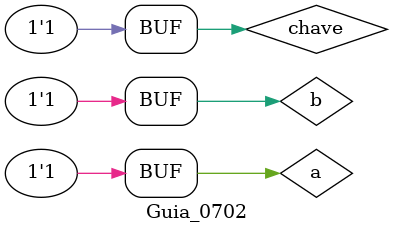
<source format=v>
/* 
Guia_0702.v 
855842 - Mateus Resende Ottoni

iverilog -o Guia_0702.vvp Guia_0702.v
vvp Guia_0702.vvp
*/



// Modulo
//----------------------------------------
module f02_s (output s,
                   input a, b, select);

// Dados locais
wire not_select, s1, s2;
wire s_or, s_nor;

   not  NOT1  ( not_select,   select);

// Porta 1 (NOR)
   nor  NOR1  (         s1,        a,        b);
   and  AND1  (      s_nor,       s1,        not_select);

// Porta 2 (OR)
   or   OR1   (         s2,        a,        b);
   and  AND2  (       s_or,       s2,        select);

// Resultado
   or   OR2   (          s,    s_nor,     s_or);


endmodule
//----------------------------------------




// Modulo principal
module Guia_0702; 

// Definir dados
reg a, b, chave;
wire ws1;

f02_s    f02 (ws1, a, b, chave);




 initial
  begin
   a     = 1'b0;
   b     = 1'b0;
   chave = 1'b0;
  end


// Main 
initial 
begin : main 

$display ( "Guia_0702" );

/*	Mostrar valores em tabela				*/
$display ( "" );
$display ( "________________________________" );
$display ( "| a | b || chave || resultado ||" );
$display ( "|---|---||-------||-----------||" );
$monitor ( "| %b | %b ||     %b ||         %b ||",
               a,   b,    chave,         ws1);
/*								*/

/*	Atualizar valores		*/

#1;  b = 1'b1;
#1;  b = 1'b0; a = 1'b1;
#1;  b = 1'b1;
#1;

/*					*/

/*	Separação			*/
$display ( "|---|---||-------||-----------||" );
#1;  b = 1'b0; a = 1'b0; chave = 1'b1;
/*					*/

/*	Atualizar valores		*/

#1;  b = 1'b1;
#1;  b = 1'b0; a = 1'b1;
#1;  b = 1'b1;
#1;

/*					*/

end // main 

endmodule // Guia_0702

/*	Previsão de Testes 		*/
/*
________________________________
| a | b || chave || resultado ||
|---|---||-------||-----------||
| 0 | 0 ||     0 ||         1 ||
| 0 | 1 ||     0 ||         0 ||
| 1 | 0 ||     0 ||         0 ||
| 1 | 1 ||     0 ||         0 ||
|---|---||-------||-----------||
| 0 | 0 ||     1 ||         0 ||
| 0 | 1 ||     1 ||         1 ||
| 1 | 0 ||     1 ||         1 ||
| 1 | 1 ||     1 ||         1 ||

*/
/*					*/

</source>
